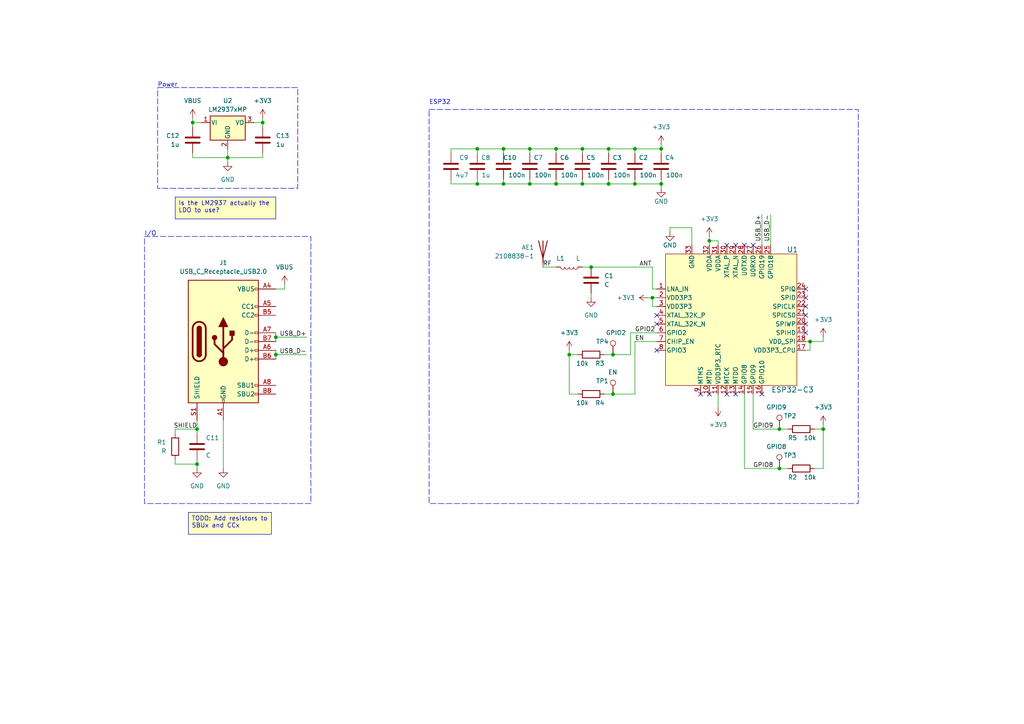
<source format=kicad_sch>
(kicad_sch (version 20230121) (generator eeschema)
  (paper "A4")
  (lib_symbols
    (symbol "Connector:TestPoint" (pin_numbers hide) (pin_names (offset 0.762) hide)
      (property "Reference" "TP" (at 0 6.858 0))
      (property "Value" "TestPoint" (at 0 5.08 0))
      (symbol "TestPoint_0_1"
        (circle (center 0 3.302) (radius 0.762))
      )
      (symbol "TestPoint_1_1"
        (pin passive line (at 0 0 90) (length 2.54) (name "1") (number "1"))
      )
    )
    (symbol "Connector:USB_C_Receptacle_USB2.0" (pin_names (offset 1.016))
      (property "Reference" "J" (at -10.16 19.05 0))
      (property "Value" "USB_C_Receptacle_USB2.0" (at 19.05 19.05 0))
      (symbol "USB_C_Receptacle_USB2.0_0_0"
        (rectangle (start -0.254 -17.78) (end 0.254 -16.764))
        (rectangle (start 10.16 -14.986) (end 9.144 -15.494))
        (rectangle (start 10.16 -12.446) (end 9.144 -12.954))
        (rectangle (start 10.16 -4.826) (end 9.144 -5.334))
        (rectangle (start 10.16 -2.286) (end 9.144 -2.794))
        (rectangle (start 10.16 0.254) (end 9.144 -0.254))
        (rectangle (start 10.16 2.794) (end 9.144 2.286))
        (rectangle (start 10.16 7.874) (end 9.144 7.366))
        (rectangle (start 10.16 10.414) (end 9.144 9.906))
        (rectangle (start 10.16 15.494) (end 9.144 14.986))
      )
      (symbol "USB_C_Receptacle_USB2.0_0_1"
        (rectangle (start -10.16 17.78) (end 10.16 -17.78) (stroke (width 0.254)) (fill (type background)))
        (arc (start -8.89 -3.81) (mid -6.985 -5.7067) (end -5.08 -3.81) (stroke (width 0.508)))
        (arc (start -7.62 -3.81) (mid -6.985 -4.4423) (end -6.35 -3.81) (stroke (width 0.254)))
        (arc (start -7.62 -3.81) (mid -6.985 -4.4423) (end -6.35 -3.81) (stroke (width 0.254)) (fill (type outline)))
        (rectangle (start -7.62 -3.81) (end -6.35 3.81) (stroke (width 0.254)) (fill (type outline)))
        (arc (start -6.35 3.81) (mid -6.985 4.4423) (end -7.62 3.81) (stroke (width 0.254)))
        (arc (start -6.35 3.81) (mid -6.985 4.4423) (end -7.62 3.81) (stroke (width 0.254)) (fill (type outline)))
        (arc (start -5.08 3.81) (mid -6.985 5.7067) (end -8.89 3.81) (stroke (width 0.508)))
        (circle (center -2.54 1.143) (radius 0.635) (stroke (width 0.254)) (fill (type outline)))
        (circle (center 0 -5.842) (radius 1.27) (fill (type outline)))
        (polyline (pts (xy -8.89 -3.81) (xy -8.89 3.81)) (stroke (width 0.508)))
        (polyline (pts (xy -5.08 3.81) (xy -5.08 -3.81)) (stroke (width 0.508)))
        (polyline (pts (xy 0 -5.842) (xy 0 4.318)) (stroke (width 0.508)))
        (polyline (pts (xy 0 -3.302) (xy -2.54 -0.762) (xy -2.54 0.508)) (stroke (width 0.508)))
        (polyline (pts (xy 0 -2.032) (xy 2.54 0.508) (xy 2.54 1.778)) (stroke (width 0.508)))
        (polyline (pts (xy -1.27 4.318) (xy 0 6.858) (xy 1.27 4.318) (xy -1.27 4.318)) (stroke (width 0.254)) (fill (type outline)))
        (rectangle (start 1.905 1.778) (end 3.175 3.048) (stroke (width 0.254)) (fill (type outline)))
      )
      (symbol "USB_C_Receptacle_USB2.0_1_1"
        (pin passive line (at 0 -22.86 90) (length 5.08) (name "GND") (number "A1"))
        (pin passive line (at 0 -22.86 90) (length 5.08) hide (name "GND") (number "A12"))
        (pin passive line (at 15.24 15.24 180) (length 5.08) (name "VBUS") (number "A4"))
        (pin bidirectional line (at 15.24 10.16 180) (length 5.08) (name "CC1") (number "A5"))
        (pin bidirectional line (at 15.24 -2.54 180) (length 5.08) (name "D+") (number "A6"))
        (pin bidirectional line (at 15.24 2.54 180) (length 5.08) (name "D-") (number "A7"))
        (pin bidirectional line (at 15.24 -12.7 180) (length 5.08) (name "SBU1") (number "A8"))
        (pin passive line (at 15.24 15.24 180) (length 5.08) hide (name "VBUS") (number "A9"))
        (pin passive line (at 0 -22.86 90) (length 5.08) hide (name "GND") (number "B1"))
        (pin passive line (at 0 -22.86 90) (length 5.08) hide (name "GND") (number "B12"))
        (pin passive line (at 15.24 15.24 180) (length 5.08) hide (name "VBUS") (number "B4"))
        (pin bidirectional line (at 15.24 7.62 180) (length 5.08) (name "CC2") (number "B5"))
        (pin bidirectional line (at 15.24 -5.08 180) (length 5.08) (name "D+") (number "B6"))
        (pin bidirectional line (at 15.24 0 180) (length 5.08) (name "D-") (number "B7"))
        (pin bidirectional line (at 15.24 -15.24 180) (length 5.08) (name "SBU2") (number "B8"))
        (pin passive line (at 15.24 15.24 180) (length 5.08) hide (name "VBUS") (number "B9"))
        (pin passive line (at -7.62 -22.86 90) (length 5.08) (name "SHIELD") (number "S1"))
      )
    )
    (symbol "Device:Antenna" (pin_numbers hide) (pin_names (offset 1.016) hide)
      (property "Reference" "AE" (at -1.905 1.905 0))
      (property "Value" "Antenna" (at -1.905 0 0))
      (symbol "Antenna_0_1"
        (polyline (pts (xy 0 2.54) (xy 0 -3.81)) (stroke (width 0.254)))
        (polyline (pts (xy 1.27 2.54) (xy 0 -2.54) (xy -1.27 2.54)) (stroke (width 0.254)))
      )
      (symbol "Antenna_1_1"
        (pin input line (at 0 -5.08 90) (length 2.54) (name "A") (number "1"))
      )
    )
    (symbol "Device:C" (pin_numbers hide) (pin_names (offset 0.254))
      (property "Reference" "C" (at 0.635 2.54 0))
      (property "Value" "C" (at 0.635 -2.54 0))
      (symbol "C_0_1"
        (polyline (pts (xy -2.032 -0.762) (xy 2.032 -0.762)) (stroke (width 0.508)))
        (polyline (pts (xy -2.032 0.762) (xy 2.032 0.762)) (stroke (width 0.508)))
      )
      (symbol "C_1_1"
        (pin passive line (at 0 3.81 270) (length 2.794) (name "~") (number "1"))
        (pin passive line (at 0 -3.81 90) (length 2.794) (name "~") (number "2"))
      )
    )
    (symbol "Device:L" (pin_numbers hide) (pin_names (offset 1.016) hide)
      (property "Reference" "L" (at -1.27 0 90))
      (property "Value" "L" (at 1.905 0 90))
      (symbol "L_0_1"
        (arc (start 0 -2.54) (mid 0.6323 -1.905) (end 0 -1.27))
        (arc (start 0 -1.27) (mid 0.6323 -0.635) (end 0 0))
        (arc (start 0 0) (mid 0.6323 0.635) (end 0 1.27))
        (arc (start 0 1.27) (mid 0.6323 1.905) (end 0 2.54))
      )
      (symbol "L_1_1"
        (pin passive line (at 0 3.81 270) (length 1.27) (name "1") (number "1"))
        (pin passive line (at 0 -3.81 90) (length 1.27) (name "2") (number "2"))
      )
    )
    (symbol "Device:R" (pin_numbers hide) (pin_names (offset 0))
      (property "Reference" "R" (at 2.032 0 90))
      (property "Value" "R" (at 0 0 90))
      (symbol "R_0_1"
        (rectangle (start -1.016 -2.54) (end 1.016 2.54) (stroke (width 0.254)))
      )
      (symbol "R_1_1"
        (pin passive line (at 0 3.81 270) (length 1.27) (name "~") (number "1"))
        (pin passive line (at 0 -3.81 90) (length 1.27) (name "~") (number "2"))
      )
    )
    (symbol "Regulator_Linear:LM2937xMP" (pin_names (offset 0.254))
      (property "Reference" "U" (at -3.81 3.175 0))
      (property "Value" "LM2937xMP" (at 0 3.175 0))
      (symbol "LM2937xMP_0_1"
        (rectangle (start -5.08 -5.08) (end 5.08 1.905) (stroke (width 0.254)) (fill (type background)))
      )
      (symbol "LM2937xMP_1_1"
        (pin power_in line (at -7.62 0 0) (length 2.54) (name "VI") (number "1"))
        (pin power_in line (at 0 -7.62 90) (length 2.54) (name "GND") (number "2"))
        (pin power_out line (at 7.62 0 180) (length 2.54) (name "VO") (number "3"))
      )
    )
    (symbol "encyclopedia_galactica:ESP32-C3" (pin_names (offset 0.254))
      (property "Reference" "U" (at 0 43.18 0))
      (property "Value" "ESP32-C3" (at 0 40.64 0))
      (symbol "ESP32-C3_0_1"
        (pin bidirectional line (at -21.59 8.89 0) (length 2.54) (name "LNA_IN") (number "1"))
        (pin bidirectional line (at -6.35 -21.59 90) (length 2.54) (name "MTDI") (number "10"))
        (pin power_in line (at -3.81 -21.59 90) (length 2.54) (name "VDD3P3_RTC") (number "11"))
        (pin bidirectional line (at -1.27 -21.59 90) (length 2.54) (name "MTCK") (number "12"))
        (pin bidirectional line (at 1.27 -21.59 90) (length 2.54) (name "MTDO") (number "13"))
        (pin bidirectional line (at 3.81 -21.59 90) (length 2.54) (name "GPIO8") (number "14"))
        (pin bidirectional line (at 6.35 -21.59 90) (length 2.54) (name "GPIO9") (number "15"))
        (pin bidirectional line (at 8.89 -21.59 90) (length 2.54) (name "GPIO10") (number "16"))
        (pin power_in line (at 21.59 -8.89 180) (length 2.54) (name "VDD3P3_CPU") (number "17"))
        (pin power_in line (at 21.59 -6.35 180) (length 2.54) (name "VDD_SPI") (number "18"))
        (pin bidirectional line (at 21.59 -3.81 180) (length 2.54) (name "SPIHD") (number "19"))
        (pin power_in line (at -21.59 6.35 0) (length 2.54) (name "VDD3P3") (number "2"))
        (pin bidirectional line (at 21.59 -1.27 180) (length 2.54) (name "SPIWP") (number "20"))
        (pin bidirectional line (at 21.59 1.27 180) (length 2.54) (name "SPICS0") (number "21"))
        (pin bidirectional line (at 21.59 3.81 180) (length 2.54) (name "SPICLK") (number "22"))
        (pin bidirectional line (at 21.59 6.35 180) (length 2.54) (name "SPID") (number "23"))
        (pin bidirectional line (at 21.59 8.89 180) (length 2.54) (name "SPIQ") (number "24"))
        (pin bidirectional line (at 11.43 21.59 270) (length 2.54) (name "GPIO18") (number "25"))
        (pin bidirectional line (at 8.89 21.59 270) (length 2.54) (name "GPIO19") (number "26"))
        (pin bidirectional line (at 6.35 21.59 270) (length 2.54) (name "U0RXD") (number "27"))
        (pin bidirectional line (at 3.81 21.59 270) (length 2.54) (name "U0TXD") (number "28"))
        (pin output line (at 1.27 21.59 270) (length 2.54) (name "XTAL_N") (number "29"))
        (pin power_in line (at -21.59 3.81 0) (length 2.54) (name "VDD3P3") (number "3"))
        (pin input line (at -1.27 21.59 270) (length 2.54) (name "XTAL_P") (number "30"))
        (pin power_in line (at -3.81 21.59 270) (length 2.54) (name "VDDA") (number "31"))
        (pin power_in line (at -6.35 21.59 270) (length 2.54) (name "VDDA") (number "32"))
        (pin power_out line (at -11.43 21.59 270) (length 2.54) (name "GND") (number "33"))
        (pin bidirectional line (at -21.59 1.27 0) (length 2.54) (name "XTAL_32K_P") (number "4"))
        (pin bidirectional line (at -21.59 -1.27 0) (length 2.54) (name "XTAL_32K_N") (number "5"))
        (pin bidirectional line (at -21.59 -3.81 0) (length 2.54) (name "GPIO2") (number "6"))
        (pin input line (at -21.59 -6.35 0) (length 2.54) (name "CHIP_EN") (number "7"))
        (pin bidirectional line (at -21.59 -8.89 0) (length 2.54) (name "GPIO3") (number "8"))
        (pin bidirectional line (at -8.89 -21.59 90) (length 2.54) (name "MTMS") (number "9"))
      )
      (symbol "ESP32-C3_1_1"
        (rectangle (start -19.05 19.05) (end 19.05 -19.05) (fill (type background)))
      )
    )
    (symbol "power:+3V3" (power) (pin_names (offset 0))
      (property "Value" "+3V3" (at 0 3.556 0))
      (symbol "+3V3_0_1"
        (polyline (pts (xy -0.762 1.27) (xy 0 2.54)))
        (polyline (pts (xy 0 0) (xy 0 2.54)))
        (polyline (pts (xy 0 2.54) (xy 0.762 1.27)))
      )
      (symbol "+3V3_1_1"
        (pin power_in line (at 0 0 90) (length 0) hide (name "+3V3") (number "1"))
      )
    )
    (symbol "power:GND" (power) (pin_names (offset 0))
      (property "Value" "GND" (at 0 -3.81 0))
      (symbol "GND_0_1"
        (polyline (pts (xy 0 0) (xy 0 -1.27) (xy 1.27 -1.27) (xy 0 -2.54) (xy -1.27 -1.27) (xy 0 -1.27)))
      )
      (symbol "GND_1_1"
        (pin power_in line (at 0 0 270) (length 0) hide (name "GND") (number "1"))
      )
    )
    (symbol "power:VBUS" (power) (pin_names (offset 0))
      (property "Value" "VBUS" (at 0 3.81 0))
      (symbol "VBUS_0_1"
        (polyline (pts (xy -0.762 1.27) (xy 0 2.54)))
        (polyline (pts (xy 0 0) (xy 0 2.54)))
        (polyline (pts (xy 0 2.54) (xy 0.762 1.27)))
      )
      (symbol "VBUS_1_1"
        (pin power_in line (at 0 0 90) (length 0) hide (name "VBUS") (number "1"))
      )
    )
  )
  (junction (at 153.67 53.34))
  (junction (at 66.04 45.72))
  (junction (at 191.77 43.18))
  (junction (at 226.06 124.46))
  (junction (at 238.76 124.46))
  (junction (at 165.1 102.87))
  (junction (at 146.05 43.18))
  (junction (at 57.15 124.46))
  (junction (at 205.74 69.85))
  (junction (at 184.15 53.34))
  (junction (at 184.15 43.18))
  (junction (at 153.67 43.18))
  (junction (at 138.43 43.18))
  (junction (at 161.29 53.34))
  (junction (at 226.06 135.89))
  (junction (at 191.77 53.34))
  (junction (at 177.8 102.87))
  (junction (at 80.01 102.87))
  (junction (at 177.8 114.3))
  (junction (at 168.91 43.18))
  (junction (at 176.53 53.34))
  (junction (at 55.88 35.56))
  (junction (at 234.95 99.06))
  (junction (at 161.29 43.18))
  (junction (at 168.91 53.34))
  (junction (at 171.45 77.47))
  (junction (at 57.15 134.62))
  (junction (at 138.43 53.34))
  (junction (at 146.05 53.34))
  (junction (at 80.01 97.79))
  (junction (at 176.53 43.18))
  (junction (at 76.2 35.56))
  (junction (at 189.23 86.36))
  (no_connect (at 233.68 86.36))
  (no_connect (at 205.74 114.3))
  (no_connect (at 233.68 91.44))
  (no_connect (at 215.9 71.12))
  (no_connect (at 220.98 114.3))
  (no_connect (at 190.5 101.6))
  (no_connect (at 218.44 71.12))
  (no_connect (at 190.5 91.44))
  (no_connect (at 210.82 114.3))
  (no_connect (at 213.36 71.12))
  (no_connect (at 233.68 88.9))
  (no_connect (at 233.68 96.52))
  (no_connect (at 210.82 71.12))
  (no_connect (at 203.2 114.3))
  (no_connect (at 233.68 93.98))
  (no_connect (at 213.36 114.3))
  (no_connect (at 190.5 93.98))
  (no_connect (at 233.68 83.82))
  (wire (pts (xy 161.29 43.18) (xy 161.29 44.45)))
  (wire (pts (xy 184.15 43.18) (xy 184.15 44.45)))
  (wire (pts (xy 161.29 52.07) (xy 161.29 53.34)))
  (wire (pts (xy 80.01 101.6) (xy 80.01 102.87)))
  (wire (pts (xy 138.43 53.34) (xy 146.05 53.34)))
  (wire (pts (xy 208.28 114.3) (xy 208.28 118.11)))
  (wire (pts (xy 177.8 102.87) (xy 182.88 102.87)))
  (wire (pts (xy 80.01 102.87) (xy 88.9 102.87)))
  (wire (pts (xy 50.8 125.73) (xy 50.8 124.46)))
  (wire (pts (xy 184.15 43.18) (xy 176.53 43.18)))
  (wire (pts (xy 168.91 53.34) (xy 176.53 53.34)))
  (wire (pts (xy 238.76 124.46) (xy 236.22 124.46)))
  (wire (pts (xy 233.68 101.6) (xy 234.95 101.6)))
  (wire (pts (xy 130.81 43.18) (xy 138.43 43.18)))
  (wire (pts (xy 57.15 121.92) (xy 57.15 124.46)))
  (wire (pts (xy 175.26 102.87) (xy 177.8 102.87)))
  (wire (pts (xy 171.45 77.47) (xy 189.23 77.47)))
  (wire (pts (xy 80.01 96.52) (xy 80.01 97.79)))
  (wire (pts (xy 80.01 97.79) (xy 88.9 97.79)))
  (wire (pts (xy 64.77 121.92) (xy 64.77 135.89)))
  (wire (pts (xy 82.55 83.82) (xy 82.55 82.55)))
  (wire (pts (xy 80.01 102.87) (xy 80.01 104.14)))
  (wire (pts (xy 168.91 43.18) (xy 161.29 43.18)))
  (wire (pts (xy 218.44 124.46) (xy 226.06 124.46)))
  (wire (pts (xy 191.77 54.61) (xy 191.77 53.34)))
  (wire (pts (xy 194.31 67.31) (xy 194.31 66.04)))
  (wire (pts (xy 191.77 43.18) (xy 184.15 43.18)))
  (wire (pts (xy 138.43 43.18) (xy 138.43 44.45)))
  (wire (pts (xy 218.44 114.3) (xy 218.44 124.46)))
  (wire (pts (xy 57.15 134.62) (xy 57.15 133.35)))
  (wire (pts (xy 189.23 83.82) (xy 190.5 83.82)))
  (wire (pts (xy 176.53 43.18) (xy 176.53 44.45)))
  (wire (pts (xy 146.05 52.07) (xy 146.05 53.34)))
  (wire (pts (xy 76.2 44.45) (xy 76.2 45.72)))
  (wire (pts (xy 215.9 135.89) (xy 226.06 135.89)))
  (wire (pts (xy 66.04 45.72) (xy 66.04 43.18)))
  (wire (pts (xy 191.77 43.18) (xy 191.77 44.45)))
  (wire (pts (xy 182.88 96.52) (xy 190.5 96.52)))
  (wire (pts (xy 238.76 123.19) (xy 238.76 124.46)))
  (wire (pts (xy 146.05 53.34) (xy 153.67 53.34)))
  (wire (pts (xy 205.74 69.85) (xy 208.28 69.85)))
  (wire (pts (xy 161.29 43.18) (xy 153.67 43.18)))
  (wire (pts (xy 238.76 135.89) (xy 236.22 135.89)))
  (wire (pts (xy 184.15 99.06) (xy 190.5 99.06)))
  (wire (pts (xy 226.06 124.46) (xy 228.6 124.46)))
  (wire (pts (xy 223.52 62.23) (xy 223.52 71.12)))
  (wire (pts (xy 146.05 43.18) (xy 138.43 43.18)))
  (wire (pts (xy 153.67 43.18) (xy 146.05 43.18)))
  (wire (pts (xy 177.8 114.3) (xy 184.15 114.3)))
  (wire (pts (xy 191.77 41.91) (xy 191.77 43.18)))
  (wire (pts (xy 57.15 134.62) (xy 57.15 135.89)))
  (wire (pts (xy 205.74 68.58) (xy 205.74 69.85)))
  (wire (pts (xy 234.95 101.6) (xy 234.95 99.06)))
  (wire (pts (xy 80.01 97.79) (xy 80.01 99.06)))
  (wire (pts (xy 130.81 44.45) (xy 130.81 43.18)))
  (wire (pts (xy 165.1 114.3) (xy 167.64 114.3)))
  (wire (pts (xy 215.9 135.89) (xy 215.9 114.3)))
  (wire (pts (xy 161.29 53.34) (xy 168.91 53.34)))
  (wire (pts (xy 189.23 77.47) (xy 189.23 83.82)))
  (wire (pts (xy 76.2 35.56) (xy 76.2 36.83)))
  (wire (pts (xy 130.81 53.34) (xy 138.43 53.34)))
  (wire (pts (xy 184.15 53.34) (xy 191.77 53.34)))
  (wire (pts (xy 55.88 45.72) (xy 66.04 45.72)))
  (wire (pts (xy 220.98 62.23) (xy 220.98 71.12)))
  (wire (pts (xy 168.91 77.47) (xy 171.45 77.47)))
  (wire (pts (xy 76.2 34.29) (xy 76.2 35.56)))
  (wire (pts (xy 171.45 85.09) (xy 171.45 86.36)))
  (wire (pts (xy 238.76 99.06) (xy 238.76 97.79)))
  (wire (pts (xy 226.06 135.89) (xy 228.6 135.89)))
  (wire (pts (xy 153.67 53.34) (xy 161.29 53.34)))
  (wire (pts (xy 50.8 134.62) (xy 57.15 134.62)))
  (wire (pts (xy 168.91 52.07) (xy 168.91 53.34)))
  (wire (pts (xy 73.66 35.56) (xy 76.2 35.56)))
  (wire (pts (xy 50.8 133.35) (xy 50.8 134.62)))
  (wire (pts (xy 50.8 124.46) (xy 57.15 124.46)))
  (wire (pts (xy 191.77 52.07) (xy 191.77 53.34)))
  (wire (pts (xy 189.23 88.9) (xy 189.23 86.36)))
  (wire (pts (xy 165.1 102.87) (xy 165.1 114.3)))
  (wire (pts (xy 233.68 99.06) (xy 234.95 99.06)))
  (wire (pts (xy 184.15 99.06) (xy 184.15 114.3)))
  (wire (pts (xy 55.88 34.29) (xy 55.88 35.56)))
  (wire (pts (xy 57.15 124.46) (xy 57.15 125.73)))
  (wire (pts (xy 80.01 83.82) (xy 82.55 83.82)))
  (wire (pts (xy 165.1 101.6) (xy 165.1 102.87)))
  (wire (pts (xy 208.28 69.85) (xy 208.28 71.12)))
  (wire (pts (xy 153.67 43.18) (xy 153.67 44.45)))
  (wire (pts (xy 66.04 45.72) (xy 66.04 46.99)))
  (wire (pts (xy 176.53 52.07) (xy 176.53 53.34)))
  (wire (pts (xy 165.1 102.87) (xy 167.64 102.87)))
  (wire (pts (xy 205.74 71.12) (xy 205.74 69.85)))
  (wire (pts (xy 153.67 52.07) (xy 153.67 53.34)))
  (wire (pts (xy 238.76 124.46) (xy 238.76 135.89)))
  (wire (pts (xy 130.81 52.07) (xy 130.81 53.34)))
  (wire (pts (xy 168.91 43.18) (xy 168.91 44.45)))
  (wire (pts (xy 175.26 114.3) (xy 177.8 114.3)))
  (wire (pts (xy 146.05 43.18) (xy 146.05 44.45)))
  (wire (pts (xy 138.43 52.07) (xy 138.43 53.34)))
  (wire (pts (xy 176.53 53.34) (xy 184.15 53.34)))
  (wire (pts (xy 157.48 77.47) (xy 161.29 77.47)))
  (wire (pts (xy 66.04 45.72) (xy 76.2 45.72)))
  (wire (pts (xy 176.53 43.18) (xy 168.91 43.18)))
  (wire (pts (xy 182.88 102.87) (xy 182.88 96.52)))
  (wire (pts (xy 55.88 35.56) (xy 55.88 36.83)))
  (wire (pts (xy 184.15 52.07) (xy 184.15 53.34)))
  (wire (pts (xy 55.88 44.45) (xy 55.88 45.72)))
  (wire (pts (xy 189.23 86.36) (xy 187.96 86.36)))
  (wire (pts (xy 190.5 88.9) (xy 189.23 88.9)))
  (wire (pts (xy 190.5 86.36) (xy 189.23 86.36)))
  (wire (pts (xy 200.66 66.04) (xy 200.66 71.12)))
  (wire (pts (xy 234.95 99.06) (xy 238.76 99.06)))
  (wire (pts (xy 194.31 66.04) (xy 200.66 66.04)))
  (wire (pts (xy 55.88 35.56) (xy 58.42 35.56)))
  (rectangle (start 45.72 25.4) (end 86.36 54.61) (stroke (width 0) (type dash)))
  (rectangle (start 41.91 68.58) (end 90.17 146.05) (stroke (width 0) (type dash)))
  (rectangle (start 124.46 31.75) (end 248.92 146.05) (stroke (width 0) (type dash)))
  (text_box "TODO: Add resistors to SBUx and CCx" (at 54.61 148.59 0) (size 24.13 6.35) (fill (type color) (color 255 255 194 1)) (effects (font (size 1.27 1.27)) (justify left top)))
  (text_box "Is the LM2937 actually the LDO to use?" (at 50.8 57.15 0) (size 29.21 6.35) (fill (type color) (color 255 255 194 1)) (effects (font (size 1.27 1.27)) (justify left top)))
  (text "ESP32" (at 124.46 30.48 0) (effects (font (size 1.27 1.27)) (justify left bottom)))
  (text "I/O" (at 41.91 68.58 0) (effects (font (size 1.27 1.27)) (justify left bottom)))
  (text "Power" (at 45.72 25.4 0) (effects (font (size 1.27 1.27)) (justify left bottom)))
  (label "USB_D-" (at 88.9 102.87 180))
  (label "EN" (at 184.15 99.06 0))
  (label "USB_D+" (at 88.9 97.79 180))
  (label "SHIELD" (at 57.15 124.46 180))
  (label "USB_D+" (at 220.98 62.23 270))
  (label "ANT" (at 185.42 77.47 0))
  (label "USB_D-" (at 223.52 62.23 270))
  (label "GPIO9" (at 218.44 124.46 0))
  (label "RF" (at 157.48 77.47 0))
  (label "GPIO8" (at 218.44 135.89 0))
  (label "GPIO2" (at 184.15 96.52 0))
  (symbol (lib_id "power:+3V3") (at 187.96 86.36 90) (unit 1)
    (property "Reference" "#PWR05" (effects hide))
    (property "Value" "+3V3" (at 184.15 86.36 90) (effects (justify left)))
  )
  (symbol (lib_id "Device:R") (at 232.41 124.46 270) (mirror x) (unit 1)
    (property "Reference" "R5" (at 229.87 127 90))
    (property "Value" "10k" (at 234.95 127 90))
    (property "Footprint" "Resistor_SMD:R_0603_1608Metric" (effects hide))
  )
  (symbol (lib_id "Connector:USB_C_Receptacle_USB2.0") (at 64.77 99.06 0) (unit 1)
    (property "Reference" "J1" (at 64.77 76.2 0))
    (property "Value" "USB_C_Receptacle_USB2.0" (at 64.77 78.74 0))
    (property "Footprint" "Connector_USB:USB_C_Receptacle_GCT_USB4105-xx-A_16P_TopMnt_Horizontal" (effects hide))
    (property "Datasheet" "https://www.usb.org/sites/default/files/documents/usb_type-c.zip" (effects hide))
  )
  (symbol (lib_id "Device:R") (at 171.45 114.3 90) (unit 1)
    (property "Reference" "R4" (at 173.99 116.84 90))
    (property "Value" "10k" (at 168.91 116.84 90))
    (property "Footprint" "Resistor_SMD:R_0603_1608Metric" (effects hide))
  )
  (symbol (lib_id "Device:R") (at 50.8 129.54 0) (unit 1)
    (property "Reference" "R1" (at 48.26 128.27 0) (effects (justify right)))
    (property "Value" "R" (at 48.26 130.81 0) (effects (justify right)))
    (property "Footprint" "Resistor_SMD:R_0603_1608Metric" (effects hide))
  )
  (symbol (lib_id "power:GND") (at 66.04 46.99 0) (unit 1)
    (property "Reference" "#PWR016" (effects hide))
    (property "Value" "GND" (at 66.04 52.07 0))
  )
  (symbol (lib_id "Device:C") (at 191.77 48.26 0) (unit 1)
    (property "Reference" "C4" (at 195.58 45.72 0) (effects (justify right)))
    (property "Value" "100n" (at 198.12 50.8 0) (effects (justify right)))
    (property "Footprint" "Capacitor_SMD:C_0603_1608Metric" (effects hide))
  )
  (symbol (lib_id "power:VBUS") (at 55.88 34.29 0) (unit 1)
    (property "Reference" "#PWR014" (effects hide))
    (property "Value" "VBUS" (at 55.88 29.21 0))
  )
  (symbol (lib_id "Connector:TestPoint") (at 177.8 114.3 0) (mirror y) (unit 1)
    (property "Reference" "TP1" (at 176.53 110.49 0) (effects (justify left)))
    (property "Value" "EN" (at 179.07 107.95 0) (effects (justify left)))
    (property "Footprint" "TestPoint:TestPoint_Pad_D2.0mm" (effects hide))
  )
  (symbol (lib_id "Device:C") (at 176.53 48.26 0) (unit 1)
    (property "Reference" "C3" (at 180.34 45.72 0) (effects (justify right)))
    (property "Value" "100n" (at 182.88 50.8 0) (effects (justify right)))
    (property "Footprint" "Capacitor_SMD:C_0603_1608Metric" (effects hide))
  )
  (symbol (lib_id "Device:C") (at 57.15 129.54 0) (unit 1)
    (property "Reference" "C11" (at 59.69 127 0) (effects (justify left)))
    (property "Value" "C" (at 59.69 132.08 0) (effects (justify left)))
    (property "Footprint" "Capacitor_SMD:C_0603_1608Metric" (effects hide))
  )
  (symbol (lib_id "power:+3V3") (at 76.2 34.29 0) (unit 1)
    (property "Reference" "#PWR015" (effects hide))
    (property "Value" "+3V3" (at 76.2 29.21 0))
  )
  (symbol (lib_id "power:GND") (at 191.77 54.61 0) (unit 1)
    (property "Reference" "#PWR09" (effects hide))
    (property "Value" "GND" (at 191.77 58.42 0))
  )
  (symbol (lib_id "Regulator_Linear:LM2937xMP") (at 66.04 35.56 0) (unit 1)
    (property "Reference" "U2" (at 66.04 29.21 0))
    (property "Value" "LM2937xMP" (at 66.04 31.75 0))
    (property "Footprint" "Package_TO_SOT_SMD:SOT-223-3_TabPin2" (effects hide))
    (property "Datasheet" "http://www.ti.com/lit/ds/symlink/lm2937.pdf" (effects hide))
  )
  (symbol (lib_id "power:+3V3") (at 208.28 118.11 0) (mirror x) (unit 1)
    (property "Reference" "#PWR06" (effects hide))
    (property "Value" "+3V3" (at 208.28 123.19 0))
  )
  (symbol (lib_id "encyclopedia_galactica:ESP32-C3") (at 212.09 92.71 0) (unit 1)
    (property "Reference" "U1" (at 229.87 72.39 0) (effects (font (size 1.524 1.524))))
    (property "Value" "ESP32-C3" (at 229.87 113.03 0) (effects (font (size 1.524 1.524))))
    (property "Footprint" "encyclopedia_galactica:QFN32_5X5_EXP" (effects hide))
    (property "Datasheet" "https://www.espressif.com/sites/default/files/documentation/esp32-c3_datasheet_en.pdf" (effects hide))
  )
  (symbol (lib_id "power:+3V3") (at 238.76 97.79 0) (unit 1)
    (property "Reference" "#PWR04" (effects hide))
    (property "Value" "+3V3" (at 238.76 92.71 0))
  )
  (symbol (lib_id "Device:C") (at 146.05 48.26 0) (unit 1)
    (property "Reference" "C10" (at 149.86 45.72 0) (effects (justify right)))
    (property "Value" "100n" (at 152.4 50.8 0) (effects (justify right)))
    (property "Footprint" "Capacitor_SMD:C_0603_1608Metric" (effects hide))
  )
  (symbol (lib_id "Device:C") (at 76.2 40.64 0) (mirror y) (unit 1)
    (property "Reference" "C13" (at 80.01 39.37 0) (effects (justify right)))
    (property "Value" "1u" (at 80.01 41.91 0) (effects (justify right)))
    (property "Footprint" "Capacitor_SMD:C_0603_1608Metric" (effects hide))
  )
  (symbol (lib_id "Device:C") (at 184.15 48.26 0) (unit 1)
    (property "Reference" "C2" (at 187.96 45.72 0) (effects (justify right)))
    (property "Value" "100n" (at 190.5 50.8 0) (effects (justify right)))
    (property "Footprint" "Capacitor_SMD:C_0603_1608Metric" (effects hide))
  )
  (symbol (lib_id "Device:Antenna") (at 157.48 72.39 0) (mirror y) (unit 1)
    (property "Reference" "AE1" (at 154.94 71.755 0) (effects (justify left)))
    (property "Value" "2108838-1" (at 154.94 74.295 0) (effects (justify left)))
    (property "Footprint" "encyclopedia_galactica:2108838-1" (effects hide))
  )
  (symbol (lib_id "Device:C") (at 168.91 48.26 0) (unit 1)
    (property "Reference" "C5" (at 172.72 45.72 0) (effects (justify right)))
    (property "Value" "100n" (at 175.26 50.8 0) (effects (justify right)))
    (property "Footprint" "Capacitor_SMD:C_0603_1608Metric" (effects hide))
  )
  (symbol (lib_id "Connector:TestPoint") (at 226.06 124.46 0) (unit 1)
    (property "Reference" "TP2" (at 227.33 120.65 0) (effects (justify left)))
    (property "Value" "GPIO9" (at 222.25 118.11 0) (effects (justify left)))
    (property "Footprint" "TestPoint:TestPoint_Pad_D2.0mm" (effects hide))
  )
  (symbol (lib_id "Device:C") (at 138.43 48.26 0) (unit 1)
    (property "Reference" "C8" (at 142.24 45.72 0) (effects (justify right)))
    (property "Value" "1u" (at 142.24 50.8 0) (effects (justify right)))
    (property "Footprint" "Capacitor_SMD:C_0603_1608Metric" (effects hide))
  )
  (symbol (lib_id "Connector:TestPoint") (at 226.06 135.89 0) (unit 1)
    (property "Reference" "TP3" (at 227.33 132.08 0) (effects (justify left)))
    (property "Value" "GPIO8" (at 222.25 129.54 0) (effects (justify left)))
    (property "Footprint" "TestPoint:TestPoint_Pad_D2.0mm" (effects hide))
  )
  (symbol (lib_id "Device:C") (at 171.45 81.28 0) (mirror y) (unit 1)
    (property "Reference" "C1" (at 175.26 80.01 0) (effects (justify right)))
    (property "Value" "C" (at 175.26 82.55 0) (effects (justify right)))
    (property "Footprint" "Capacitor_SMD:C_0603_1608Metric" (effects hide))
  )
  (symbol (lib_id "power:+3V3") (at 205.74 68.58 0) (unit 1)
    (property "Reference" "#PWR03" (effects hide))
    (property "Value" "+3V3" (at 205.74 63.5 0))
  )
  (symbol (lib_id "power:+3V3") (at 191.77 41.91 0) (unit 1)
    (property "Reference" "#PWR08" (effects hide))
    (property "Value" "+3V3" (at 191.77 36.83 0))
  )
  (symbol (lib_id "power:+3V3") (at 165.1 101.6 0) (unit 1)
    (property "Reference" "#PWR010" (effects hide))
    (property "Value" "+3V3" (at 165.1 96.52 0))
  )
  (symbol (lib_id "Device:C") (at 130.81 48.26 0) (unit 1)
    (property "Reference" "C9" (at 135.89 45.72 0) (effects (justify right)))
    (property "Value" "4u7" (at 135.89 50.8 0) (effects (justify right)))
    (property "Footprint" "Capacitor_SMD:C_0603_1608Metric" (effects hide))
  )
  (symbol (lib_id "power:GND") (at 194.31 67.31 0) (unit 1)
    (property "Reference" "#PWR02" (effects hide))
    (property "Value" "GND" (at 194.31 71.12 0))
  )
  (symbol (lib_id "Connector:TestPoint") (at 177.8 102.87 0) (mirror y) (unit 1)
    (property "Reference" "TP4" (at 176.53 99.06 0) (effects (justify left)))
    (property "Value" "GPIO2" (at 181.61 96.52 0) (effects (justify left)))
    (property "Footprint" "TestPoint:TestPoint_Pad_D2.0mm" (effects hide))
  )
  (symbol (lib_id "power:+3V3") (at 238.76 123.19 0) (mirror y) (unit 1)
    (property "Reference" "#PWR07" (effects hide))
    (property "Value" "+3V3" (at 238.76 118.11 0))
  )
  (symbol (lib_id "Device:C") (at 161.29 48.26 0) (unit 1)
    (property "Reference" "C6" (at 165.1 45.72 0) (effects (justify right)))
    (property "Value" "100n" (at 167.64 50.8 0) (effects (justify right)))
    (property "Footprint" "Capacitor_SMD:C_0603_1608Metric" (effects hide))
  )
  (symbol (lib_id "power:GND") (at 171.45 86.36 0) (unit 1)
    (property "Reference" "#PWR01" (effects hide))
    (property "Value" "GND" (at 171.45 91.44 0))
  )
  (symbol (lib_id "Device:L") (at 165.1 77.47 90) (mirror x) (unit 1)
    (property "Reference" "L1" (at 162.56 74.93 90))
    (property "Value" "L" (at 167.64 74.93 90))
    (property "Footprint" "Inductor_SMD:L_0603_1608Metric" (effects hide))
  )
  (symbol (lib_id "Device:R") (at 232.41 135.89 270) (mirror x) (unit 1)
    (property "Reference" "R2" (at 229.87 138.43 90))
    (property "Value" "10k" (at 234.95 138.43 90))
    (property "Footprint" "Resistor_SMD:R_0603_1608Metric" (effects hide))
  )
  (symbol (lib_id "power:GND") (at 57.15 135.89 0) (unit 1)
    (property "Reference" "#PWR013" (effects hide))
    (property "Value" "GND" (at 57.15 140.97 0))
  )
  (symbol (lib_id "Device:R") (at 171.45 102.87 90) (unit 1)
    (property "Reference" "R3" (at 173.99 105.41 90))
    (property "Value" "10k" (at 168.91 105.41 90))
    (property "Footprint" "Resistor_SMD:R_0603_1608Metric" (effects hide))
  )
  (symbol (lib_id "Device:C") (at 55.88 40.64 0) (unit 1)
    (property "Reference" "C12" (at 52.07 39.37 0) (effects (justify right)))
    (property "Value" "1u" (at 52.07 41.91 0) (effects (justify right)))
    (property "Footprint" "Capacitor_SMD:C_0603_1608Metric" (effects hide))
  )
  (symbol (lib_id "power:VBUS") (at 82.55 82.55 0) (unit 1)
    (property "Reference" "#PWR011" (effects hide))
    (property "Value" "VBUS" (at 82.55 77.47 0))
  )
  (symbol (lib_id "power:GND") (at 64.77 135.89 0) (unit 1)
    (property "Reference" "#PWR012" (effects hide))
    (property "Value" "GND" (at 64.77 140.97 0))
  )
  (symbol (lib_id "Device:C") (at 153.67 48.26 0) (unit 1)
    (property "Reference" "C7" (at 157.48 45.72 0) (effects (justify right)))
    (property "Value" "100n" (at 160.02 50.8 0) (effects (justify right)))
    (property "Footprint" "Capacitor_SMD:C_0603_1608Metric" (effects hide))
  )
)
</source>
